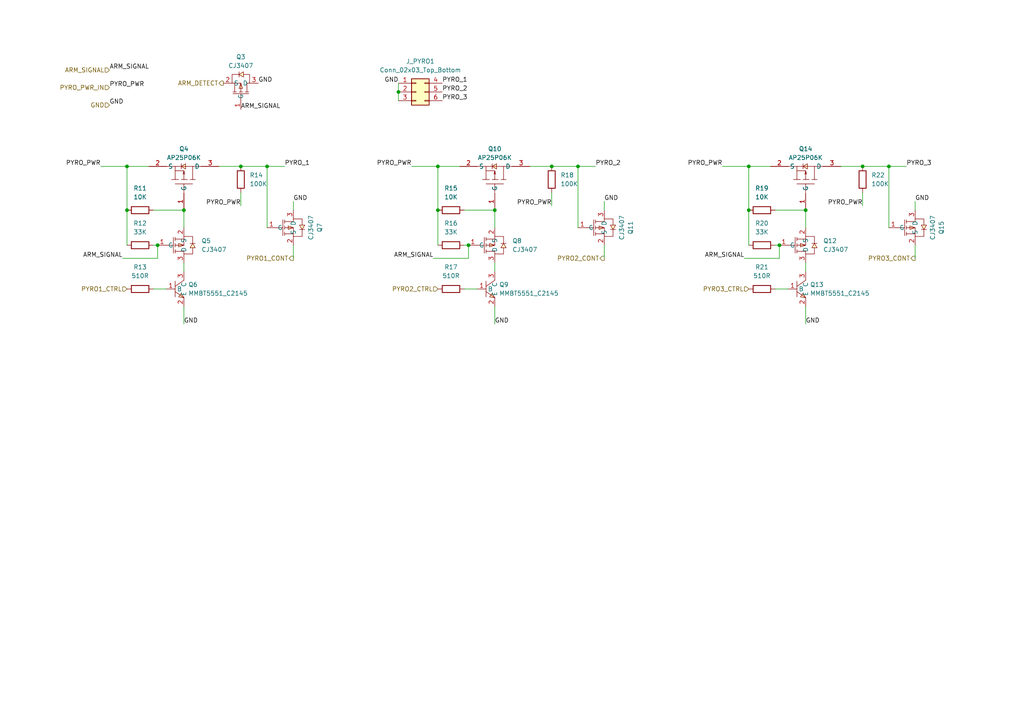
<source format=kicad_sch>
(kicad_sch
	(version 20231120)
	(generator "eeschema")
	(generator_version "8.0")
	(uuid "286afe1a-64dd-42f3-ae11-79230a3a385d")
	(paper "A4")
	(lib_symbols
		(symbol "Connector_Generic:Conn_02x03_Top_Bottom"
			(pin_names
				(offset 1.016) hide)
			(exclude_from_sim no)
			(in_bom yes)
			(on_board yes)
			(property "Reference" "J"
				(at 1.27 5.08 0)
				(effects
					(font
						(size 1.27 1.27)
					)
				)
			)
			(property "Value" "Conn_02x03_Top_Bottom"
				(at 1.27 -5.08 0)
				(effects
					(font
						(size 1.27 1.27)
					)
				)
			)
			(property "Footprint" ""
				(at 0 0 0)
				(effects
					(font
						(size 1.27 1.27)
					)
					(hide yes)
				)
			)
			(property "Datasheet" "~"
				(at 0 0 0)
				(effects
					(font
						(size 1.27 1.27)
					)
					(hide yes)
				)
			)
			(property "Description" "Generic connector, double row, 02x03, top/bottom pin numbering scheme (row 1: 1...pins_per_row, row2: pins_per_row+1 ... num_pins), script generated (kicad-library-utils/schlib/autogen/connector/)"
				(at 0 0 0)
				(effects
					(font
						(size 1.27 1.27)
					)
					(hide yes)
				)
			)
			(property "ki_keywords" "connector"
				(at 0 0 0)
				(effects
					(font
						(size 1.27 1.27)
					)
					(hide yes)
				)
			)
			(property "ki_fp_filters" "Connector*:*_2x??_*"
				(at 0 0 0)
				(effects
					(font
						(size 1.27 1.27)
					)
					(hide yes)
				)
			)
			(symbol "Conn_02x03_Top_Bottom_1_1"
				(rectangle
					(start -1.27 -2.413)
					(end 0 -2.667)
					(stroke
						(width 0.1524)
						(type default)
					)
					(fill
						(type none)
					)
				)
				(rectangle
					(start -1.27 0.127)
					(end 0 -0.127)
					(stroke
						(width 0.1524)
						(type default)
					)
					(fill
						(type none)
					)
				)
				(rectangle
					(start -1.27 2.667)
					(end 0 2.413)
					(stroke
						(width 0.1524)
						(type default)
					)
					(fill
						(type none)
					)
				)
				(rectangle
					(start -1.27 3.81)
					(end 3.81 -3.81)
					(stroke
						(width 0.254)
						(type default)
					)
					(fill
						(type background)
					)
				)
				(rectangle
					(start 3.81 -2.413)
					(end 2.54 -2.667)
					(stroke
						(width 0.1524)
						(type default)
					)
					(fill
						(type none)
					)
				)
				(rectangle
					(start 3.81 0.127)
					(end 2.54 -0.127)
					(stroke
						(width 0.1524)
						(type default)
					)
					(fill
						(type none)
					)
				)
				(rectangle
					(start 3.81 2.667)
					(end 2.54 2.413)
					(stroke
						(width 0.1524)
						(type default)
					)
					(fill
						(type none)
					)
				)
				(pin passive line
					(at -5.08 2.54 0)
					(length 3.81)
					(name "Pin_1"
						(effects
							(font
								(size 1.27 1.27)
							)
						)
					)
					(number "1"
						(effects
							(font
								(size 1.27 1.27)
							)
						)
					)
				)
				(pin passive line
					(at -5.08 0 0)
					(length 3.81)
					(name "Pin_2"
						(effects
							(font
								(size 1.27 1.27)
							)
						)
					)
					(number "2"
						(effects
							(font
								(size 1.27 1.27)
							)
						)
					)
				)
				(pin passive line
					(at -5.08 -2.54 0)
					(length 3.81)
					(name "Pin_3"
						(effects
							(font
								(size 1.27 1.27)
							)
						)
					)
					(number "3"
						(effects
							(font
								(size 1.27 1.27)
							)
						)
					)
				)
				(pin passive line
					(at 7.62 2.54 180)
					(length 3.81)
					(name "Pin_4"
						(effects
							(font
								(size 1.27 1.27)
							)
						)
					)
					(number "4"
						(effects
							(font
								(size 1.27 1.27)
							)
						)
					)
				)
				(pin passive line
					(at 7.62 0 180)
					(length 3.81)
					(name "Pin_5"
						(effects
							(font
								(size 1.27 1.27)
							)
						)
					)
					(number "5"
						(effects
							(font
								(size 1.27 1.27)
							)
						)
					)
				)
				(pin passive line
					(at 7.62 -2.54 180)
					(length 3.81)
					(name "Pin_6"
						(effects
							(font
								(size 1.27 1.27)
							)
						)
					)
					(number "6"
						(effects
							(font
								(size 1.27 1.27)
							)
						)
					)
				)
			)
		)
		(symbol "Device:R"
			(pin_numbers hide)
			(pin_names
				(offset 0)
			)
			(exclude_from_sim no)
			(in_bom yes)
			(on_board yes)
			(property "Reference" "R"
				(at 2.032 0 90)
				(effects
					(font
						(size 1.27 1.27)
					)
				)
			)
			(property "Value" "R"
				(at 0 0 90)
				(effects
					(font
						(size 1.27 1.27)
					)
				)
			)
			(property "Footprint" ""
				(at -1.778 0 90)
				(effects
					(font
						(size 1.27 1.27)
					)
					(hide yes)
				)
			)
			(property "Datasheet" "~"
				(at 0 0 0)
				(effects
					(font
						(size 1.27 1.27)
					)
					(hide yes)
				)
			)
			(property "Description" "Resistor"
				(at 0 0 0)
				(effects
					(font
						(size 1.27 1.27)
					)
					(hide yes)
				)
			)
			(property "ki_keywords" "R res resistor"
				(at 0 0 0)
				(effects
					(font
						(size 1.27 1.27)
					)
					(hide yes)
				)
			)
			(property "ki_fp_filters" "R_*"
				(at 0 0 0)
				(effects
					(font
						(size 1.27 1.27)
					)
					(hide yes)
				)
			)
			(symbol "R_0_1"
				(rectangle
					(start -1.016 -2.54)
					(end 1.016 2.54)
					(stroke
						(width 0.254)
						(type default)
					)
					(fill
						(type none)
					)
				)
			)
			(symbol "R_1_1"
				(pin passive line
					(at 0 3.81 270)
					(length 1.27)
					(name "~"
						(effects
							(font
								(size 1.27 1.27)
							)
						)
					)
					(number "1"
						(effects
							(font
								(size 1.27 1.27)
							)
						)
					)
				)
				(pin passive line
					(at 0 -3.81 90)
					(length 1.27)
					(name "~"
						(effects
							(font
								(size 1.27 1.27)
							)
						)
					)
					(number "2"
						(effects
							(font
								(size 1.27 1.27)
							)
						)
					)
				)
			)
		)
		(symbol "Rocketry:AP25P06K"
			(exclude_from_sim no)
			(in_bom yes)
			(on_board yes)
			(property "Reference" "Q"
				(at 0 15.24 0)
				(effects
					(font
						(size 1.27 1.27)
					)
				)
			)
			(property "Value" "AP25P06K"
				(at 0 -15.24 0)
				(effects
					(font
						(size 1.27 1.27)
					)
				)
			)
			(property "Footprint" "Rocketry:TO-252-2_L6.6-W6.1-P4.57-LS10.1-BL"
				(at 0 -17.78 0)
				(effects
					(font
						(size 1.27 1.27)
					)
					(hide yes)
				)
			)
			(property "Datasheet" ""
				(at 0 0 0)
				(effects
					(font
						(size 1.27 1.27)
					)
					(hide yes)
				)
			)
			(property "Description" ""
				(at 0 0 0)
				(effects
					(font
						(size 1.27 1.27)
					)
					(hide yes)
				)
			)
			(property "LCSC Part" "C2995326"
				(at 0 -20.32 0)
				(effects
					(font
						(size 1.27 1.27)
					)
					(hide yes)
				)
			)
			(symbol "AP25P06K_0_1"
				(polyline
					(pts
						(xy 0 0) (xy -2.29 0)
					)
					(stroke
						(width 0)
						(type default)
					)
					(fill
						(type none)
					)
				)
				(polyline
					(pts
						(xy 0 2.54) (xy 0 -2.54)
					)
					(stroke
						(width 0)
						(type default)
					)
					(fill
						(type none)
					)
				)
				(polyline
					(pts
						(xy 1.27 -2.54) (xy 5.08 -2.54)
					)
					(stroke
						(width 0)
						(type default)
					)
					(fill
						(type none)
					)
				)
				(polyline
					(pts
						(xy 1.27 -1.78) (xy 1.27 -3.3)
					)
					(stroke
						(width 0)
						(type default)
					)
					(fill
						(type none)
					)
				)
				(polyline
					(pts
						(xy 1.27 0.76) (xy 1.27 -1.02)
					)
					(stroke
						(width 0)
						(type default)
					)
					(fill
						(type none)
					)
				)
				(polyline
					(pts
						(xy 1.27 2.54) (xy 5.08 2.54)
					)
					(stroke
						(width 0)
						(type default)
					)
					(fill
						(type none)
					)
				)
				(polyline
					(pts
						(xy 1.27 3.56) (xy 1.27 1.52)
					)
					(stroke
						(width 0)
						(type default)
					)
					(fill
						(type none)
					)
				)
				(polyline
					(pts
						(xy 3.81 0) (xy 2.79 -0.25)
					)
					(stroke
						(width 0)
						(type default)
					)
					(fill
						(type none)
					)
				)
				(polyline
					(pts
						(xy 3.81 2.54) (xy 3.81 0)
					)
					(stroke
						(width 0)
						(type default)
					)
					(fill
						(type none)
					)
				)
				(polyline
					(pts
						(xy 5.08 5.08) (xy 5.08 -5.08)
					)
					(stroke
						(width 0)
						(type default)
					)
					(fill
						(type none)
					)
				)
				(polyline
					(pts
						(xy 5.84 0.76) (xy 4.32 0.76)
					)
					(stroke
						(width 0)
						(type default)
					)
					(fill
						(type none)
					)
				)
				(polyline
					(pts
						(xy 1.27 0) (xy 3.81 0) (xy 2.79 0.25)
					)
					(stroke
						(width 0)
						(type default)
					)
					(fill
						(type none)
					)
				)
				(polyline
					(pts
						(xy 5.84 -0.51) (xy 4.32 -0.51) (xy 5.08 0.76) (xy 5.84 -0.51)
					)
					(stroke
						(width 0)
						(type default)
					)
					(fill
						(type background)
					)
				)
				(pin unspecified line
					(at -7.62 0 0)
					(length 5.08)
					(name "G"
						(effects
							(font
								(size 1.27 1.27)
							)
						)
					)
					(number "1"
						(effects
							(font
								(size 1.27 1.27)
							)
						)
					)
				)
				(pin unspecified line
					(at 5.08 10.16 270)
					(length 5.08)
					(name "S"
						(effects
							(font
								(size 1.27 1.27)
							)
						)
					)
					(number "2"
						(effects
							(font
								(size 1.27 1.27)
							)
						)
					)
				)
				(pin unspecified line
					(at 5.08 -10.16 90)
					(length 5.08)
					(name "D"
						(effects
							(font
								(size 1.27 1.27)
							)
						)
					)
					(number "3"
						(effects
							(font
								(size 1.27 1.27)
							)
						)
					)
				)
			)
		)
		(symbol "Rocketry:CJ3407"
			(exclude_from_sim no)
			(in_bom yes)
			(on_board yes)
			(property "Reference" "Q"
				(at 0 10.16 0)
				(effects
					(font
						(size 1.27 1.27)
					)
				)
			)
			(property "Value" "CJ3407"
				(at 0 -10.16 0)
				(effects
					(font
						(size 1.27 1.27)
					)
				)
			)
			(property "Footprint" "Rocketry:SOT-23-3_L2.9-W1.6-P1.90-LS2.8-BR"
				(at 0 -12.7 0)
				(effects
					(font
						(size 1.27 1.27)
					)
					(hide yes)
				)
			)
			(property "Datasheet" "https://lcsc.com/product-detail/MOSFET_CJ3407-3407_C15903.html"
				(at 0 -15.24 0)
				(effects
					(font
						(size 1.27 1.27)
					)
					(hide yes)
				)
			)
			(property "Description" ""
				(at 0 0 0)
				(effects
					(font
						(size 1.27 1.27)
					)
					(hide yes)
				)
			)
			(property "LCSC Part" "C15903"
				(at 0 -17.78 0)
				(effects
					(font
						(size 1.27 1.27)
					)
					(hide yes)
				)
			)
			(symbol "CJ3407_0_1"
				(polyline
					(pts
						(xy -2.54 0) (xy -0.51 0)
					)
					(stroke
						(width 0)
						(type default)
					)
					(fill
						(type none)
					)
				)
				(polyline
					(pts
						(xy -0.51 2.29) (xy -0.51 -2.29)
					)
					(stroke
						(width 0)
						(type default)
					)
					(fill
						(type none)
					)
				)
				(polyline
					(pts
						(xy 0 -2.29) (xy 0 -1.27)
					)
					(stroke
						(width 0)
						(type default)
					)
					(fill
						(type none)
					)
				)
				(polyline
					(pts
						(xy 0 -0.51) (xy 0 0.51)
					)
					(stroke
						(width 0)
						(type default)
					)
					(fill
						(type none)
					)
				)
				(polyline
					(pts
						(xy 0 1.27) (xy 0 2.29)
					)
					(stroke
						(width 0)
						(type default)
					)
					(fill
						(type none)
					)
				)
				(polyline
					(pts
						(xy 2.54 -1.78) (xy 0 -1.78)
					)
					(stroke
						(width 0)
						(type default)
					)
					(fill
						(type none)
					)
				)
				(polyline
					(pts
						(xy 2.54 1.78) (xy 0 1.78)
					)
					(stroke
						(width 0)
						(type default)
					)
					(fill
						(type none)
					)
				)
				(polyline
					(pts
						(xy 0 0) (xy 2.54 0) (xy 2.54 -2.54)
					)
					(stroke
						(width 0)
						(type default)
					)
					(fill
						(type none)
					)
				)
				(polyline
					(pts
						(xy 2.54 -2.54) (xy 5.08 -2.54) (xy 5.08 -0.51)
					)
					(stroke
						(width 0)
						(type default)
					)
					(fill
						(type none)
					)
				)
				(polyline
					(pts
						(xy 2.54 0) (xy 1.02 0.51) (xy 1.02 -0.51) (xy 2.54 0)
					)
					(stroke
						(width 0)
						(type default)
					)
					(fill
						(type background)
					)
				)
				(polyline
					(pts
						(xy 2.54 1.78) (xy 2.54 2.54) (xy 5.08 2.54) (xy 5.08 0.76)
					)
					(stroke
						(width 0)
						(type default)
					)
					(fill
						(type none)
					)
				)
				(polyline
					(pts
						(xy 5.08 -0.51) (xy 5.84 0.76) (xy 4.32 0.76) (xy 5.08 -0.51)
					)
					(stroke
						(width 0)
						(type default)
					)
					(fill
						(type background)
					)
				)
				(polyline
					(pts
						(xy 5.84 -0.51) (xy 5.59 -0.51) (xy 4.57 -0.51) (xy 4.32 -0.51)
					)
					(stroke
						(width 0)
						(type default)
					)
					(fill
						(type none)
					)
				)
				(pin unspecified line
					(at -5.08 0 0)
					(length 2.54)
					(name "G"
						(effects
							(font
								(size 1.27 1.27)
							)
						)
					)
					(number "1"
						(effects
							(font
								(size 1.27 1.27)
							)
						)
					)
				)
				(pin unspecified line
					(at 2.54 -5.08 90)
					(length 2.54)
					(name "S"
						(effects
							(font
								(size 1.27 1.27)
							)
						)
					)
					(number "2"
						(effects
							(font
								(size 1.27 1.27)
							)
						)
					)
				)
				(pin unspecified line
					(at 2.54 5.08 270)
					(length 2.54)
					(name "D"
						(effects
							(font
								(size 1.27 1.27)
							)
						)
					)
					(number "3"
						(effects
							(font
								(size 1.27 1.27)
							)
						)
					)
				)
			)
		)
		(symbol "Rocketry:MMBT5551_C2145"
			(exclude_from_sim no)
			(in_bom yes)
			(on_board yes)
			(property "Reference" "Q"
				(at 0 10.16 0)
				(effects
					(font
						(size 1.27 1.27)
					)
				)
			)
			(property "Value" "MMBT5551_C2145"
				(at 0 -10.16 0)
				(effects
					(font
						(size 1.27 1.27)
					)
				)
			)
			(property "Footprint" "Rocketry:SOT-23-3_L2.9-W1.3-P1.90-LS2.4-BR"
				(at 0 -12.7 0)
				(effects
					(font
						(size 1.27 1.27)
					)
					(hide yes)
				)
			)
			(property "Datasheet" "https://lcsc.com/product-detail/Transistors-NPN-PNP_MMBT5551-G1-H-200-300_C2145.html"
				(at 0 -15.24 0)
				(effects
					(font
						(size 1.27 1.27)
					)
					(hide yes)
				)
			)
			(property "Description" ""
				(at 0 0 0)
				(effects
					(font
						(size 1.27 1.27)
					)
					(hide yes)
				)
			)
			(property "LCSC Part" "C2145"
				(at 0 -17.78 0)
				(effects
					(font
						(size 1.27 1.27)
					)
					(hide yes)
				)
			)
			(symbol "MMBT5551_C2145_0_1"
				(polyline
					(pts
						(xy 0 -0.76) (xy 2.54 -2.54)
					)
					(stroke
						(width 0)
						(type default)
					)
					(fill
						(type none)
					)
				)
				(polyline
					(pts
						(xy 0 2.29) (xy 0 -2.29)
					)
					(stroke
						(width 0)
						(type default)
					)
					(fill
						(type none)
					)
				)
				(polyline
					(pts
						(xy 2.54 2.54) (xy 0 0.76)
					)
					(stroke
						(width 0)
						(type default)
					)
					(fill
						(type none)
					)
				)
				(polyline
					(pts
						(xy 2.54 -2.54) (xy 1.78 -1.27) (xy 1.02 -2.29) (xy 2.54 -2.54)
					)
					(stroke
						(width 0)
						(type default)
					)
					(fill
						(type background)
					)
				)
				(pin unspecified line
					(at -2.54 0 0)
					(length 2.54)
					(name "B"
						(effects
							(font
								(size 1.27 1.27)
							)
						)
					)
					(number "1"
						(effects
							(font
								(size 1.27 1.27)
							)
						)
					)
				)
				(pin unspecified line
					(at 2.54 -5.08 90)
					(length 2.54)
					(name "E"
						(effects
							(font
								(size 1.27 1.27)
							)
						)
					)
					(number "2"
						(effects
							(font
								(size 1.27 1.27)
							)
						)
					)
				)
				(pin unspecified line
					(at 2.54 5.08 270)
					(length 2.54)
					(name "C"
						(effects
							(font
								(size 1.27 1.27)
							)
						)
					)
					(number "3"
						(effects
							(font
								(size 1.27 1.27)
							)
						)
					)
				)
			)
		)
	)
	(junction
		(at 233.68 60.96)
		(diameter 0)
		(color 0 0 0 0)
		(uuid "07f9888f-c086-4655-a74b-7a4da5f6438f")
	)
	(junction
		(at 217.17 48.26)
		(diameter 0)
		(color 0 0 0 0)
		(uuid "1cd2379c-4175-45f2-9bb4-f0a712138e76")
	)
	(junction
		(at 226.06 71.12)
		(diameter 0)
		(color 0 0 0 0)
		(uuid "29d67b17-774d-4daf-985c-289c35fd15c6")
	)
	(junction
		(at 127 48.26)
		(diameter 0)
		(color 0 0 0 0)
		(uuid "2bc1d750-bd4a-4f2d-99bb-0164d664c2ad")
	)
	(junction
		(at 135.89 71.12)
		(diameter 0)
		(color 0 0 0 0)
		(uuid "3954e418-fb4a-48c2-b7be-d33a29002c47")
	)
	(junction
		(at 36.83 60.96)
		(diameter 0)
		(color 0 0 0 0)
		(uuid "4a85c82e-08d4-48c3-8bff-1150c5479ffb")
	)
	(junction
		(at 217.17 60.96)
		(diameter 0)
		(color 0 0 0 0)
		(uuid "55e9c432-fc64-4352-a524-08ce104a5007")
	)
	(junction
		(at 257.81 48.26)
		(diameter 0)
		(color 0 0 0 0)
		(uuid "8ba1b196-c5ec-4c3a-9fa3-429affde435f")
	)
	(junction
		(at 143.51 60.96)
		(diameter 0)
		(color 0 0 0 0)
		(uuid "90a3b8b2-363f-41da-af81-d77b1249b305")
	)
	(junction
		(at 115.57 26.67)
		(diameter 0)
		(color 0 0 0 0)
		(uuid "98d7ec24-c4ba-491e-9bd0-9cf2eb0e11f2")
	)
	(junction
		(at 36.83 48.26)
		(diameter 0)
		(color 0 0 0 0)
		(uuid "a2a5c2b3-7a8d-4ec4-a4b2-5836c66c1ec0")
	)
	(junction
		(at 160.02 48.26)
		(diameter 0)
		(color 0 0 0 0)
		(uuid "a57a1d9e-b9fc-4462-ab74-05eec9a66b9f")
	)
	(junction
		(at 53.34 60.96)
		(diameter 0)
		(color 0 0 0 0)
		(uuid "a89c78b8-5acd-4b18-93c5-d1c14ed00586")
	)
	(junction
		(at 69.85 48.26)
		(diameter 0)
		(color 0 0 0 0)
		(uuid "b8fabf5c-4009-4405-b28f-fa02f3767ec9")
	)
	(junction
		(at 77.47 48.26)
		(diameter 0)
		(color 0 0 0 0)
		(uuid "c5ce9b23-4799-4104-9cd8-dabb59998791")
	)
	(junction
		(at 45.72 71.12)
		(diameter 0)
		(color 0 0 0 0)
		(uuid "c8b02d68-1455-458a-82a0-19e3e0895095")
	)
	(junction
		(at 250.19 48.26)
		(diameter 0)
		(color 0 0 0 0)
		(uuid "e8eaf63c-350f-4706-a8ed-9524b3ba1495")
	)
	(junction
		(at 167.64 48.26)
		(diameter 0)
		(color 0 0 0 0)
		(uuid "f2be6ad8-3815-4754-87ca-b0280456fa02")
	)
	(junction
		(at 127 60.96)
		(diameter 0)
		(color 0 0 0 0)
		(uuid "ffd45e9b-f117-4538-a300-1e43c6961bb8")
	)
	(wire
		(pts
			(xy 226.06 74.93) (xy 226.06 71.12)
		)
		(stroke
			(width 0)
			(type default)
		)
		(uuid "0575fc82-14da-422b-bbb4-ba487793ec99")
	)
	(wire
		(pts
			(xy 160.02 55.88) (xy 160.02 59.69)
		)
		(stroke
			(width 0)
			(type default)
		)
		(uuid "0ff1c230-9df4-401e-8b94-4f10a3fb05e0")
	)
	(wire
		(pts
			(xy 224.79 83.82) (xy 228.6 83.82)
		)
		(stroke
			(width 0)
			(type default)
		)
		(uuid "19397fa7-7e2a-423f-9444-b450f95d47ff")
	)
	(wire
		(pts
			(xy 115.57 24.13) (xy 115.57 26.67)
		)
		(stroke
			(width 0)
			(type default)
		)
		(uuid "23334784-1afa-4443-8b4b-e3c4ab481a57")
	)
	(wire
		(pts
			(xy 153.67 48.26) (xy 160.02 48.26)
		)
		(stroke
			(width 0)
			(type default)
		)
		(uuid "24f9e07c-5d6c-4bf0-8c39-954b1d4c1e5c")
	)
	(wire
		(pts
			(xy 250.19 48.26) (xy 257.81 48.26)
		)
		(stroke
			(width 0)
			(type default)
		)
		(uuid "253c291b-18d9-490c-921e-13ea4548094e")
	)
	(wire
		(pts
			(xy 135.89 74.93) (xy 135.89 71.12)
		)
		(stroke
			(width 0)
			(type default)
		)
		(uuid "266447b3-cc49-4d95-92cd-1285d5e8ee6c")
	)
	(wire
		(pts
			(xy 45.72 74.93) (xy 45.72 71.12)
		)
		(stroke
			(width 0)
			(type default)
		)
		(uuid "2e6ae56c-3284-4dc3-b774-da4c15a34074")
	)
	(wire
		(pts
			(xy 224.79 71.12) (xy 226.06 71.12)
		)
		(stroke
			(width 0)
			(type default)
		)
		(uuid "42bf2e49-ec7b-456b-a868-7433abb4f1fc")
	)
	(wire
		(pts
			(xy 143.51 88.9) (xy 143.51 93.98)
		)
		(stroke
			(width 0)
			(type default)
		)
		(uuid "44031072-6e7a-450e-87c0-b85721d17e6d")
	)
	(wire
		(pts
			(xy 125.73 74.93) (xy 135.89 74.93)
		)
		(stroke
			(width 0)
			(type default)
		)
		(uuid "4ae7d47f-26c0-4f23-b7c9-0f04734f12a0")
	)
	(wire
		(pts
			(xy 217.17 48.26) (xy 223.52 48.26)
		)
		(stroke
			(width 0)
			(type default)
		)
		(uuid "4b105931-2f0a-4ee6-9c19-ac9e2da62dfa")
	)
	(wire
		(pts
			(xy 217.17 60.96) (xy 217.17 71.12)
		)
		(stroke
			(width 0)
			(type default)
		)
		(uuid "4b5b9f33-7902-410a-b7c9-292cd266459e")
	)
	(wire
		(pts
			(xy 215.9 74.93) (xy 226.06 74.93)
		)
		(stroke
			(width 0)
			(type default)
		)
		(uuid "4e1a30e0-e77e-438e-9fed-5dae503b9f2c")
	)
	(wire
		(pts
			(xy 127 48.26) (xy 133.35 48.26)
		)
		(stroke
			(width 0)
			(type default)
		)
		(uuid "50b6d218-2dd2-4672-9faa-f1ea1aafd8e0")
	)
	(wire
		(pts
			(xy 233.68 88.9) (xy 233.68 93.98)
		)
		(stroke
			(width 0)
			(type default)
		)
		(uuid "55da7ec3-e3da-495d-8728-3a2efbad6423")
	)
	(wire
		(pts
			(xy 265.43 58.42) (xy 265.43 60.96)
		)
		(stroke
			(width 0)
			(type default)
		)
		(uuid "566261f8-8144-4a98-b33c-860979cfb255")
	)
	(wire
		(pts
			(xy 63.5 48.26) (xy 69.85 48.26)
		)
		(stroke
			(width 0)
			(type default)
		)
		(uuid "571a81e2-fd50-4fe1-83b3-adc971df7993")
	)
	(wire
		(pts
			(xy 250.19 55.88) (xy 250.19 59.69)
		)
		(stroke
			(width 0)
			(type default)
		)
		(uuid "5ba80977-fc87-4e57-9de5-6975e42aad0d")
	)
	(wire
		(pts
			(xy 160.02 48.26) (xy 167.64 48.26)
		)
		(stroke
			(width 0)
			(type default)
		)
		(uuid "5c1404d9-0314-4fcd-8d71-bfd2252a2303")
	)
	(wire
		(pts
			(xy 243.84 48.26) (xy 250.19 48.26)
		)
		(stroke
			(width 0)
			(type default)
		)
		(uuid "649b5cdd-99fb-46bc-a815-ba9ac941feb0")
	)
	(wire
		(pts
			(xy 36.83 60.96) (xy 36.83 71.12)
		)
		(stroke
			(width 0)
			(type default)
		)
		(uuid "67bff8a7-6bc0-4fac-bf31-c297956d9f00")
	)
	(wire
		(pts
			(xy 53.34 76.2) (xy 53.34 78.74)
		)
		(stroke
			(width 0)
			(type default)
		)
		(uuid "69e8e2f0-3a81-49da-8e67-0de826a457cd")
	)
	(wire
		(pts
			(xy 209.55 48.26) (xy 217.17 48.26)
		)
		(stroke
			(width 0)
			(type default)
		)
		(uuid "6bb9e7da-3e27-4cdf-a5f2-fc01705c0b59")
	)
	(wire
		(pts
			(xy 257.81 48.26) (xy 262.89 48.26)
		)
		(stroke
			(width 0)
			(type default)
		)
		(uuid "6d5e7ea2-ba93-4fec-8f7f-ff83257170f3")
	)
	(wire
		(pts
			(xy 69.85 48.26) (xy 77.47 48.26)
		)
		(stroke
			(width 0)
			(type default)
		)
		(uuid "6de39876-aa46-4fcd-b18c-e102e113cdc7")
	)
	(wire
		(pts
			(xy 77.47 48.26) (xy 82.55 48.26)
		)
		(stroke
			(width 0)
			(type default)
		)
		(uuid "72fb4630-9261-4180-b367-09476310e0a4")
	)
	(wire
		(pts
			(xy 77.47 48.26) (xy 77.47 66.04)
		)
		(stroke
			(width 0)
			(type default)
		)
		(uuid "7665b1dc-a8f1-4815-b83f-8fb02f5681d1")
	)
	(wire
		(pts
			(xy 167.64 48.26) (xy 172.72 48.26)
		)
		(stroke
			(width 0)
			(type default)
		)
		(uuid "7c742b49-528e-4f19-997a-a956ddd3a694")
	)
	(wire
		(pts
			(xy 175.26 71.12) (xy 175.26 74.93)
		)
		(stroke
			(width 0)
			(type default)
		)
		(uuid "7ceb0ac0-e4c3-4c7c-8a1a-525650d89ac5")
	)
	(wire
		(pts
			(xy 265.43 71.12) (xy 265.43 74.93)
		)
		(stroke
			(width 0)
			(type default)
		)
		(uuid "80e6937d-35a2-4aac-a41a-3057c064315e")
	)
	(wire
		(pts
			(xy 44.45 60.96) (xy 53.34 60.96)
		)
		(stroke
			(width 0)
			(type default)
		)
		(uuid "813f919f-f6ef-4f8c-b54c-8ef285be353d")
	)
	(wire
		(pts
			(xy 29.21 48.26) (xy 36.83 48.26)
		)
		(stroke
			(width 0)
			(type default)
		)
		(uuid "939dcab5-7201-4d53-865b-27444e6d9d07")
	)
	(wire
		(pts
			(xy 36.83 48.26) (xy 43.18 48.26)
		)
		(stroke
			(width 0)
			(type default)
		)
		(uuid "945c6770-f6c6-4cf0-a7e3-f575888b0a63")
	)
	(wire
		(pts
			(xy 217.17 48.26) (xy 217.17 60.96)
		)
		(stroke
			(width 0)
			(type default)
		)
		(uuid "94bb00ca-38e8-48bc-a1a6-b7fd9d6d6b90")
	)
	(wire
		(pts
			(xy 53.34 88.9) (xy 53.34 93.98)
		)
		(stroke
			(width 0)
			(type default)
		)
		(uuid "9bcec491-2137-48e6-873b-e6f7d455bd11")
	)
	(wire
		(pts
			(xy 233.68 60.96) (xy 233.68 66.04)
		)
		(stroke
			(width 0)
			(type default)
		)
		(uuid "a557355d-cbae-46b9-8187-e8766cca5799")
	)
	(wire
		(pts
			(xy 143.51 76.2) (xy 143.51 78.74)
		)
		(stroke
			(width 0)
			(type default)
		)
		(uuid "afa6632e-83ed-43a8-b986-e4cb9834b746")
	)
	(wire
		(pts
			(xy 127 60.96) (xy 127 71.12)
		)
		(stroke
			(width 0)
			(type default)
		)
		(uuid "b03dc8a5-7404-4170-94e7-dff74d6f77c9")
	)
	(wire
		(pts
			(xy 85.09 58.42) (xy 85.09 60.96)
		)
		(stroke
			(width 0)
			(type default)
		)
		(uuid "b63bd83b-33b0-40bf-996e-e444e9ddabe1")
	)
	(wire
		(pts
			(xy 167.64 48.26) (xy 167.64 66.04)
		)
		(stroke
			(width 0)
			(type default)
		)
		(uuid "b765a76d-4d0e-45f6-8982-df43ea804f3c")
	)
	(wire
		(pts
			(xy 134.62 71.12) (xy 135.89 71.12)
		)
		(stroke
			(width 0)
			(type default)
		)
		(uuid "b80b46b3-b6b2-4c62-82be-da719a256911")
	)
	(wire
		(pts
			(xy 53.34 60.96) (xy 53.34 66.04)
		)
		(stroke
			(width 0)
			(type default)
		)
		(uuid "bbc6ef5d-929c-4c04-b4c5-7f66440753a5")
	)
	(wire
		(pts
			(xy 44.45 71.12) (xy 45.72 71.12)
		)
		(stroke
			(width 0)
			(type default)
		)
		(uuid "bc6b76e6-b8d9-4c94-a8bf-1c56449f2a65")
	)
	(wire
		(pts
			(xy 143.51 60.96) (xy 143.51 66.04)
		)
		(stroke
			(width 0)
			(type default)
		)
		(uuid "bd2a325d-34f9-4db4-a2a6-e32feed8bfda")
	)
	(wire
		(pts
			(xy 175.26 58.42) (xy 175.26 60.96)
		)
		(stroke
			(width 0)
			(type default)
		)
		(uuid "bde919fc-f000-4847-9732-665e9f6515b6")
	)
	(wire
		(pts
			(xy 115.57 26.67) (xy 115.57 29.21)
		)
		(stroke
			(width 0)
			(type default)
		)
		(uuid "c259f5c6-8229-4fc7-beb2-64ce58e05dde")
	)
	(wire
		(pts
			(xy 44.45 83.82) (xy 48.26 83.82)
		)
		(stroke
			(width 0)
			(type default)
		)
		(uuid "c269ebb0-967d-4dd6-8842-7e35f7090241")
	)
	(wire
		(pts
			(xy 36.83 48.26) (xy 36.83 60.96)
		)
		(stroke
			(width 0)
			(type default)
		)
		(uuid "c4be268e-48e3-4f6f-9796-90387a0d8f76")
	)
	(wire
		(pts
			(xy 134.62 60.96) (xy 143.51 60.96)
		)
		(stroke
			(width 0)
			(type default)
		)
		(uuid "c7e91d55-7fcc-44d5-ace6-f6dcb0cc6617")
	)
	(wire
		(pts
			(xy 119.38 48.26) (xy 127 48.26)
		)
		(stroke
			(width 0)
			(type default)
		)
		(uuid "d866363e-c613-47b9-b2b6-04c138c1dd61")
	)
	(wire
		(pts
			(xy 69.85 55.88) (xy 69.85 59.69)
		)
		(stroke
			(width 0)
			(type default)
		)
		(uuid "dbc5c507-d4b4-4a12-84c2-8e55e6d307c8")
	)
	(wire
		(pts
			(xy 257.81 48.26) (xy 257.81 66.04)
		)
		(stroke
			(width 0)
			(type default)
		)
		(uuid "dd1c9212-34d0-43fe-ac6c-1496ca5e3fb1")
	)
	(wire
		(pts
			(xy 224.79 60.96) (xy 233.68 60.96)
		)
		(stroke
			(width 0)
			(type default)
		)
		(uuid "e225fda6-a36c-452a-afad-8f16a5314019")
	)
	(wire
		(pts
			(xy 127 48.26) (xy 127 60.96)
		)
		(stroke
			(width 0)
			(type default)
		)
		(uuid "e4b1a524-f4d1-4f71-bd47-7759e56d9b5c")
	)
	(wire
		(pts
			(xy 233.68 76.2) (xy 233.68 78.74)
		)
		(stroke
			(width 0)
			(type default)
		)
		(uuid "ef0e0235-9569-4e42-b865-c47143e62f2b")
	)
	(wire
		(pts
			(xy 134.62 83.82) (xy 138.43 83.82)
		)
		(stroke
			(width 0)
			(type default)
		)
		(uuid "efeacc37-62c8-4ade-a2e6-e8361b4725a8")
	)
	(wire
		(pts
			(xy 35.56 74.93) (xy 45.72 74.93)
		)
		(stroke
			(width 0)
			(type default)
		)
		(uuid "f8cb112a-1986-47d3-b26b-b25ae2d6163e")
	)
	(wire
		(pts
			(xy 85.09 71.12) (xy 85.09 74.93)
		)
		(stroke
			(width 0)
			(type default)
		)
		(uuid "f9cc89b9-b618-4462-8caa-9c9f9b8e0c5d")
	)
	(label "GND"
		(at 74.93 24.13 0)
		(fields_autoplaced yes)
		(effects
			(font
				(size 1.27 1.27)
			)
			(justify left bottom)
		)
		(uuid "0c6d4cb0-25d6-4707-add1-07551dbf4ce7")
	)
	(label "GND"
		(at 265.43 58.42 0)
		(fields_autoplaced yes)
		(effects
			(font
				(size 1.27 1.27)
			)
			(justify left bottom)
		)
		(uuid "126a086f-cc15-4aba-ba4e-d3da3cb03851")
	)
	(label "ARM_SIGNAL"
		(at 69.85 31.75 0)
		(fields_autoplaced yes)
		(effects
			(font
				(size 1.27 1.27)
			)
			(justify left bottom)
		)
		(uuid "17429705-97d9-4fcf-97fa-96c19b4f295d")
	)
	(label "GND"
		(at 233.68 93.98 0)
		(fields_autoplaced yes)
		(effects
			(font
				(size 1.27 1.27)
			)
			(justify left bottom)
		)
		(uuid "1a95b182-256c-4cd7-9e37-28131c353037")
	)
	(label "PYRO_PWR"
		(at 29.21 48.26 180)
		(fields_autoplaced yes)
		(effects
			(font
				(size 1.27 1.27)
			)
			(justify right bottom)
		)
		(uuid "1f087735-c099-44bc-b1eb-15f02da3fb3f")
	)
	(label "GND"
		(at 85.09 58.42 0)
		(fields_autoplaced yes)
		(effects
			(font
				(size 1.27 1.27)
			)
			(justify left bottom)
		)
		(uuid "23e65be0-58a8-4d26-875f-ea2fad554970")
	)
	(label "PYRO_PWR"
		(at 250.19 59.69 180)
		(fields_autoplaced yes)
		(effects
			(font
				(size 1.27 1.27)
			)
			(justify right bottom)
		)
		(uuid "2c1be1c2-25cf-433a-aa66-30830facde3e")
	)
	(label "PYRO_2"
		(at 128.27 26.67 0)
		(fields_autoplaced yes)
		(effects
			(font
				(size 1.27 1.27)
			)
			(justify left bottom)
		)
		(uuid "3e5f0c46-b637-474e-80a5-c8a684517549")
	)
	(label "PYRO_3"
		(at 128.27 29.21 0)
		(fields_autoplaced yes)
		(effects
			(font
				(size 1.27 1.27)
			)
			(justify left bottom)
		)
		(uuid "3f2fbdcd-cf07-414b-bbe5-810877cfa6f5")
	)
	(label "GND"
		(at 143.51 93.98 0)
		(fields_autoplaced yes)
		(effects
			(font
				(size 1.27 1.27)
			)
			(justify left bottom)
		)
		(uuid "4be70a05-df45-4ff9-8f7e-be005673c5a9")
	)
	(label "PYRO_PWR"
		(at 31.75 25.4 0)
		(fields_autoplaced yes)
		(effects
			(font
				(size 1.27 1.27)
			)
			(justify left bottom)
		)
		(uuid "4f8813e3-9264-4d1f-9c8b-ca521f09025a")
	)
	(label "GND"
		(at 31.75 30.48 0)
		(fields_autoplaced yes)
		(effects
			(font
				(size 1.27 1.27)
			)
			(justify left bottom)
		)
		(uuid "53d8eddb-1c3b-47e1-abcf-e29016e07564")
	)
	(label "ARM_SIGNAL"
		(at 125.73 74.93 180)
		(fields_autoplaced yes)
		(effects
			(font
				(size 1.27 1.27)
			)
			(justify right bottom)
		)
		(uuid "690ccd27-ee4b-49e5-af53-20049e8ddd84")
	)
	(label "PYRO_PWR"
		(at 160.02 59.69 180)
		(fields_autoplaced yes)
		(effects
			(font
				(size 1.27 1.27)
			)
			(justify right bottom)
		)
		(uuid "6d4e2631-0e53-4ada-ad1b-5b078235f973")
	)
	(label "PYRO_1"
		(at 82.55 48.26 0)
		(fields_autoplaced yes)
		(effects
			(font
				(size 1.27 1.27)
			)
			(justify left bottom)
		)
		(uuid "755c9648-2b18-4917-afed-085bc21b72a0")
	)
	(label "GND"
		(at 175.26 58.42 0)
		(fields_autoplaced yes)
		(effects
			(font
				(size 1.27 1.27)
			)
			(justify left bottom)
		)
		(uuid "7816d610-4e8c-43d6-9345-ab9045990c44")
	)
	(label "ARM_SIGNAL"
		(at 31.75 20.32 0)
		(fields_autoplaced yes)
		(effects
			(font
				(size 1.27 1.27)
			)
			(justify left bottom)
		)
		(uuid "9189ed92-7120-4276-ad8a-e6ed143d88f7")
	)
	(label "PYRO_1"
		(at 128.27 24.13 0)
		(fields_autoplaced yes)
		(effects
			(font
				(size 1.27 1.27)
			)
			(justify left bottom)
		)
		(uuid "98feef5d-51f6-46fa-9836-11ec24beb9f2")
	)
	(label "PYRO_3"
		(at 262.89 48.26 0)
		(fields_autoplaced yes)
		(effects
			(font
				(size 1.27 1.27)
			)
			(justify left bottom)
		)
		(uuid "a11c6f92-ca88-4f52-b26a-5b1361076e8e")
	)
	(label "PYRO_PWR"
		(at 209.55 48.26 180)
		(fields_autoplaced yes)
		(effects
			(font
				(size 1.27 1.27)
			)
			(justify right bottom)
		)
		(uuid "a1faf7b7-5bd0-499e-9e38-893f34954f5e")
	)
	(label "GND"
		(at 115.57 24.13 180)
		(fields_autoplaced yes)
		(effects
			(font
				(size 1.27 1.27)
			)
			(justify right bottom)
		)
		(uuid "a1ffd078-4831-4d10-bf3e-d75ec8eac7f3")
	)
	(label "PYRO_PWR"
		(at 69.85 59.69 180)
		(fields_autoplaced yes)
		(effects
			(font
				(size 1.27 1.27)
			)
			(justify right bottom)
		)
		(uuid "a759ea1e-1562-496b-8399-564f64e82e06")
	)
	(label "PYRO_PWR"
		(at 119.38 48.26 180)
		(fields_autoplaced yes)
		(effects
			(font
				(size 1.27 1.27)
			)
			(justify right bottom)
		)
		(uuid "a857c8d7-5292-4d65-b106-bb741ce1704f")
	)
	(label "GND"
		(at 53.34 93.98 0)
		(fields_autoplaced yes)
		(effects
			(font
				(size 1.27 1.27)
			)
			(justify left bottom)
		)
		(uuid "aae4b9fb-6fba-4f45-9559-664b9f77408e")
	)
	(label "PYRO_2"
		(at 172.72 48.26 0)
		(fields_autoplaced yes)
		(effects
			(font
				(size 1.27 1.27)
			)
			(justify left bottom)
		)
		(uuid "b42fcb7c-d9a4-4a07-b1cc-c012ad30fbb9")
	)
	(label "ARM_SIGNAL"
		(at 215.9 74.93 180)
		(fields_autoplaced yes)
		(effects
			(font
				(size 1.27 1.27)
			)
			(justify right bottom)
		)
		(uuid "bf9f7a93-f5c9-4537-bff8-b60799cbb2f4")
	)
	(label "ARM_SIGNAL"
		(at 35.56 74.93 180)
		(fields_autoplaced yes)
		(effects
			(font
				(size 1.27 1.27)
			)
			(justify right bottom)
		)
		(uuid "c0e8372b-d0ee-4605-8d9d-f6fa07362fb1")
	)
	(hierarchical_label "PYRO3_CONT"
		(shape output)
		(at 265.43 74.93 180)
		(fields_autoplaced yes)
		(effects
			(font
				(size 1.27 1.27)
			)
			(justify right)
		)
		(uuid "24a2d1bf-d4ba-40e3-9c4b-a747e866b25a")
	)
	(hierarchical_label "PYRO2_CTRL"
		(shape input)
		(at 127 83.82 180)
		(fields_autoplaced yes)
		(effects
			(font
				(size 1.27 1.27)
			)
			(justify right)
		)
		(uuid "2c54fbd0-79fc-4825-9a67-1eee91b1f407")
	)
	(hierarchical_label "GND"
		(shape input)
		(at 31.75 30.48 180)
		(fields_autoplaced yes)
		(effects
			(font
				(size 1.27 1.27)
			)
			(justify right)
		)
		(uuid "329613bb-cc32-4192-a266-d7754a5fceb3")
	)
	(hierarchical_label "ARM_DETECT"
		(shape output)
		(at 64.77 24.13 180)
		(fields_autoplaced yes)
		(effects
			(font
				(size 1.27 1.27)
			)
			(justify right)
		)
		(uuid "49d724e2-5465-47db-90d0-4c9f77577ee5")
	)
	(hierarchical_label "ARM_SIGNAL"
		(shape input)
		(at 31.75 20.32 180)
		(fields_autoplaced yes)
		(effects
			(font
				(size 1.27 1.27)
			)
			(justify right)
		)
		(uuid "4c76e5b8-3780-4994-8683-902216f96565")
	)
	(hierarchical_label "PYRO_PWR_IN"
		(shape input)
		(at 31.75 25.4 180)
		(fields_autoplaced yes)
		(effects
			(font
				(size 1.27 1.27)
			)
			(justify right)
		)
		(uuid "510e9443-e49c-4b44-bedf-3be0c1d32ac5")
	)
	(hierarchical_label "PYRO1_CTRL"
		(shape input)
		(at 36.83 83.82 180)
		(fields_autoplaced yes)
		(effects
			(font
				(size 1.27 1.27)
			)
			(justify right)
		)
		(uuid "7b6e54a0-2de6-42fe-ad9a-ce83b70bd6e6")
	)
	(hierarchical_label "PYRO3_CTRL"
		(shape input)
		(at 217.17 83.82 180)
		(fields_autoplaced yes)
		(effects
			(font
				(size 1.27 1.27)
			)
			(justify right)
		)
		(uuid "8612e13a-7b2c-4f1f-a033-e615193ade7a")
	)
	(hierarchical_label "PYRO2_CONT"
		(shape output)
		(at 175.26 74.93 180)
		(fields_autoplaced yes)
		(effects
			(font
				(size 1.27 1.27)
			)
			(justify right)
		)
		(uuid "a6bacaa0-7abf-4506-8540-c25b11c0f73f")
	)
	(hierarchical_label "PYRO1_CONT"
		(shape output)
		(at 85.09 74.93 180)
		(fields_autoplaced yes)
		(effects
			(font
				(size 1.27 1.27)
			)
			(justify right)
		)
		(uuid "b9720814-39df-480b-809a-9f03e57fbd18")
	)
	(symbol
		(lib_id "Rocketry:CJ3407")
		(at 262.89 66.04 0)
		(unit 1)
		(exclude_from_sim no)
		(in_bom yes)
		(on_board yes)
		(dnp no)
		(uuid "05bcf0f3-51ac-4ca0-bd27-660d886f5b3f")
		(property "Reference" "Q15"
			(at 273.05 66.04 90)
			(effects
				(font
					(size 1.27 1.27)
				)
			)
		)
		(property "Value" "CJ3407"
			(at 270.51 66.04 90)
			(effects
				(font
					(size 1.27 1.27)
				)
			)
		)
		(property "Footprint" "Rocketry:SOT-23-3_L2.9-W1.6-P1.90-LS2.8-BR"
			(at 262.89 78.74 0)
			(effects
				(font
					(size 1.27 1.27)
				)
				(hide yes)
			)
		)
		(property "Datasheet" "https://lcsc.com/product-detail/MOSFET_CJ3407-3407_C15903.html"
			(at 262.89 81.28 0)
			(effects
				(font
					(size 1.27 1.27)
				)
				(hide yes)
			)
		)
		(property "Description" ""
			(at 262.89 66.04 0)
			(effects
				(font
					(size 1.27 1.27)
				)
				(hide yes)
			)
		)
		(property "LCSC Part" "C15903"
			(at 262.89 83.82 0)
			(effects
				(font
					(size 1.27 1.27)
				)
				(hide yes)
			)
		)
		(pin "1"
			(uuid "20cc9fff-4379-4edc-b239-50bd1ec67345")
		)
		(pin "2"
			(uuid "129964c6-f47a-4505-834c-52e3e50f6bb1")
		)
		(pin "3"
			(uuid "67012041-cf54-412c-a0fe-9aff8d43a4ef")
		)
		(instances
			(project "VLF4_PCB"
				(path "/2b2e7a46-7688-49d7-b5d0-90683ba998fa/af526286-5dbc-420e-b8b1-7fab36bc15cc/9f6e196e-52ef-460c-9d76-ef7257bf981e"
					(reference "Q15")
					(unit 1)
				)
			)
		)
	)
	(symbol
		(lib_id "Device:R")
		(at 69.85 52.07 180)
		(unit 1)
		(exclude_from_sim no)
		(in_bom yes)
		(on_board yes)
		(dnp no)
		(fields_autoplaced yes)
		(uuid "0674fff7-6bcd-48ea-88f7-b774302069a9")
		(property "Reference" "R14"
			(at 72.39 50.7999 0)
			(effects
				(font
					(size 1.27 1.27)
				)
				(justify right)
			)
		)
		(property "Value" "100K"
			(at 72.39 53.3399 0)
			(effects
				(font
					(size 1.27 1.27)
				)
				(justify right)
			)
		)
		(property "Footprint" "Resistor_SMD:R_0402_1005Metric"
			(at 71.628 52.07 90)
			(effects
				(font
					(size 1.27 1.27)
				)
				(hide yes)
			)
		)
		(property "Datasheet" "~"
			(at 69.85 52.07 0)
			(effects
				(font
					(size 1.27 1.27)
				)
				(hide yes)
			)
		)
		(property "Description" ""
			(at 69.85 52.07 0)
			(effects
				(font
					(size 1.27 1.27)
				)
				(hide yes)
			)
		)
		(pin "1"
			(uuid "f5db99e2-6a76-4bf8-b8dc-d3911b279ad5")
		)
		(pin "2"
			(uuid "222a0eef-dc01-4362-890e-7df919fc9b06")
		)
		(instances
			(project "VLF4_PCB"
				(path "/2b2e7a46-7688-49d7-b5d0-90683ba998fa/af526286-5dbc-420e-b8b1-7fab36bc15cc/9f6e196e-52ef-460c-9d76-ef7257bf981e"
					(reference "R14")
					(unit 1)
				)
			)
		)
	)
	(symbol
		(lib_id "Device:R")
		(at 160.02 52.07 180)
		(unit 1)
		(exclude_from_sim no)
		(in_bom yes)
		(on_board yes)
		(dnp no)
		(fields_autoplaced yes)
		(uuid "18035a4f-15c9-466b-a0f7-14b76682fa88")
		(property "Reference" "R18"
			(at 162.56 50.7999 0)
			(effects
				(font
					(size 1.27 1.27)
				)
				(justify right)
			)
		)
		(property "Value" "100K"
			(at 162.56 53.3399 0)
			(effects
				(font
					(size 1.27 1.27)
				)
				(justify right)
			)
		)
		(property "Footprint" "Resistor_SMD:R_0402_1005Metric"
			(at 161.798 52.07 90)
			(effects
				(font
					(size 1.27 1.27)
				)
				(hide yes)
			)
		)
		(property "Datasheet" "~"
			(at 160.02 52.07 0)
			(effects
				(font
					(size 1.27 1.27)
				)
				(hide yes)
			)
		)
		(property "Description" ""
			(at 160.02 52.07 0)
			(effects
				(font
					(size 1.27 1.27)
				)
				(hide yes)
			)
		)
		(pin "1"
			(uuid "ceeaf4ee-e429-4413-a27f-39a2691ed161")
		)
		(pin "2"
			(uuid "167e2277-2de8-4c18-800f-cdd1ad6667e2")
		)
		(instances
			(project "VLF4_PCB"
				(path "/2b2e7a46-7688-49d7-b5d0-90683ba998fa/af526286-5dbc-420e-b8b1-7fab36bc15cc/9f6e196e-52ef-460c-9d76-ef7257bf981e"
					(reference "R18")
					(unit 1)
				)
			)
		)
	)
	(symbol
		(lib_id "Rocketry:CJ3407")
		(at 82.55 66.04 0)
		(unit 1)
		(exclude_from_sim no)
		(in_bom yes)
		(on_board yes)
		(dnp no)
		(uuid "294d95f5-67f6-4c2d-bea7-d7e47152e68a")
		(property "Reference" "Q7"
			(at 92.71 66.04 90)
			(effects
				(font
					(size 1.27 1.27)
				)
			)
		)
		(property "Value" "CJ3407"
			(at 90.17 66.04 90)
			(effects
				(font
					(size 1.27 1.27)
				)
			)
		)
		(property "Footprint" "Rocketry:SOT-23-3_L2.9-W1.6-P1.90-LS2.8-BR"
			(at 82.55 78.74 0)
			(effects
				(font
					(size 1.27 1.27)
				)
				(hide yes)
			)
		)
		(property "Datasheet" "https://lcsc.com/product-detail/MOSFET_CJ3407-3407_C15903.html"
			(at 82.55 81.28 0)
			(effects
				(font
					(size 1.27 1.27)
				)
				(hide yes)
			)
		)
		(property "Description" ""
			(at 82.55 66.04 0)
			(effects
				(font
					(size 1.27 1.27)
				)
				(hide yes)
			)
		)
		(property "LCSC Part" "C15903"
			(at 82.55 83.82 0)
			(effects
				(font
					(size 1.27 1.27)
				)
				(hide yes)
			)
		)
		(pin "1"
			(uuid "47709a38-88b4-457d-be2c-245087642595")
		)
		(pin "2"
			(uuid "4a59b77f-9628-42f9-80e8-6961d304c78d")
		)
		(pin "3"
			(uuid "5e6d66d2-10e4-4706-becf-b7940ef18fe9")
		)
		(instances
			(project "VLF4_PCB"
				(path "/2b2e7a46-7688-49d7-b5d0-90683ba998fa/af526286-5dbc-420e-b8b1-7fab36bc15cc/9f6e196e-52ef-460c-9d76-ef7257bf981e"
					(reference "Q7")
					(unit 1)
				)
			)
		)
	)
	(symbol
		(lib_id "Rocketry:CJ3407")
		(at 231.14 71.12 0)
		(mirror x)
		(unit 1)
		(exclude_from_sim no)
		(in_bom yes)
		(on_board yes)
		(dnp no)
		(fields_autoplaced yes)
		(uuid "2d2646a2-b42d-40df-931f-351ba7d9f773")
		(property "Reference" "Q12"
			(at 238.76 69.85 0)
			(effects
				(font
					(size 1.27 1.27)
				)
				(justify left)
			)
		)
		(property "Value" "CJ3407"
			(at 238.76 72.39 0)
			(effects
				(font
					(size 1.27 1.27)
				)
				(justify left)
			)
		)
		(property "Footprint" "Rocketry:SOT-23-3_L2.9-W1.6-P1.90-LS2.8-BR"
			(at 231.14 58.42 0)
			(effects
				(font
					(size 1.27 1.27)
				)
				(hide yes)
			)
		)
		(property "Datasheet" "https://lcsc.com/product-detail/MOSFET_CJ3407-3407_C15903.html"
			(at 231.14 55.88 0)
			(effects
				(font
					(size 1.27 1.27)
				)
				(hide yes)
			)
		)
		(property "Description" ""
			(at 231.14 71.12 0)
			(effects
				(font
					(size 1.27 1.27)
				)
				(hide yes)
			)
		)
		(property "LCSC Part" "C15903"
			(at 231.14 53.34 0)
			(effects
				(font
					(size 1.27 1.27)
				)
				(hide yes)
			)
		)
		(pin "1"
			(uuid "c8280349-c704-4e2b-a880-00fa7bcbc40b")
		)
		(pin "2"
			(uuid "5415ea36-a91c-40fb-93d8-c2b8566d6ec1")
		)
		(pin "3"
			(uuid "9cbe2ab0-4f68-4b88-b373-34838b1fa5fe")
		)
		(instances
			(project "VLF4_PCB"
				(path "/2b2e7a46-7688-49d7-b5d0-90683ba998fa/af526286-5dbc-420e-b8b1-7fab36bc15cc/9f6e196e-52ef-460c-9d76-ef7257bf981e"
					(reference "Q12")
					(unit 1)
				)
			)
		)
	)
	(symbol
		(lib_id "Device:R")
		(at 130.81 60.96 90)
		(unit 1)
		(exclude_from_sim no)
		(in_bom yes)
		(on_board yes)
		(dnp no)
		(fields_autoplaced yes)
		(uuid "3253fc0d-3448-4cb2-8a25-1abc77ef98e7")
		(property "Reference" "R15"
			(at 130.81 54.61 90)
			(effects
				(font
					(size 1.27 1.27)
				)
			)
		)
		(property "Value" "10K"
			(at 130.81 57.15 90)
			(effects
				(font
					(size 1.27 1.27)
				)
			)
		)
		(property "Footprint" "Resistor_SMD:R_0402_1005Metric"
			(at 130.81 62.738 90)
			(effects
				(font
					(size 1.27 1.27)
				)
				(hide yes)
			)
		)
		(property "Datasheet" "~"
			(at 130.81 60.96 0)
			(effects
				(font
					(size 1.27 1.27)
				)
				(hide yes)
			)
		)
		(property "Description" ""
			(at 130.81 60.96 0)
			(effects
				(font
					(size 1.27 1.27)
				)
				(hide yes)
			)
		)
		(pin "1"
			(uuid "91915e7b-d075-4123-99e5-83aad2cfaa8c")
		)
		(pin "2"
			(uuid "ebfc6fef-5324-4a72-b90e-e75bea37dcd5")
		)
		(instances
			(project "VLF4_PCB"
				(path "/2b2e7a46-7688-49d7-b5d0-90683ba998fa/af526286-5dbc-420e-b8b1-7fab36bc15cc/9f6e196e-52ef-460c-9d76-ef7257bf981e"
					(reference "R15")
					(unit 1)
				)
			)
		)
	)
	(symbol
		(lib_id "Rocketry:CJ3407")
		(at 140.97 71.12 0)
		(mirror x)
		(unit 1)
		(exclude_from_sim no)
		(in_bom yes)
		(on_board yes)
		(dnp no)
		(fields_autoplaced yes)
		(uuid "36f80faa-dc93-4ff8-9286-8a722801c990")
		(property "Reference" "Q8"
			(at 148.59 69.85 0)
			(effects
				(font
					(size 1.27 1.27)
				)
				(justify left)
			)
		)
		(property "Value" "CJ3407"
			(at 148.59 72.39 0)
			(effects
				(font
					(size 1.27 1.27)
				)
				(justify left)
			)
		)
		(property "Footprint" "Rocketry:SOT-23-3_L2.9-W1.6-P1.90-LS2.8-BR"
			(at 140.97 58.42 0)
			(effects
				(font
					(size 1.27 1.27)
				)
				(hide yes)
			)
		)
		(property "Datasheet" "https://lcsc.com/product-detail/MOSFET_CJ3407-3407_C15903.html"
			(at 140.97 55.88 0)
			(effects
				(font
					(size 1.27 1.27)
				)
				(hide yes)
			)
		)
		(property "Description" ""
			(at 140.97 71.12 0)
			(effects
				(font
					(size 1.27 1.27)
				)
				(hide yes)
			)
		)
		(property "LCSC Part" "C15903"
			(at 140.97 53.34 0)
			(effects
				(font
					(size 1.27 1.27)
				)
				(hide yes)
			)
		)
		(pin "1"
			(uuid "8c1c470a-2a45-4f52-a1de-2a717f3d6871")
		)
		(pin "2"
			(uuid "d7a2ca02-3e19-4bf4-854a-2e08ede680bf")
		)
		(pin "3"
			(uuid "6244959c-f026-4d28-802b-88d419f6588b")
		)
		(instances
			(project "VLF4_PCB"
				(path "/2b2e7a46-7688-49d7-b5d0-90683ba998fa/af526286-5dbc-420e-b8b1-7fab36bc15cc/9f6e196e-52ef-460c-9d76-ef7257bf981e"
					(reference "Q8")
					(unit 1)
				)
			)
		)
	)
	(symbol
		(lib_id "Device:R")
		(at 40.64 83.82 270)
		(unit 1)
		(exclude_from_sim no)
		(in_bom yes)
		(on_board yes)
		(dnp no)
		(fields_autoplaced yes)
		(uuid "40f192ba-f858-4cfd-a581-6dcd278a890d")
		(property "Reference" "R13"
			(at 40.64 77.47 90)
			(effects
				(font
					(size 1.27 1.27)
				)
			)
		)
		(property "Value" "510R"
			(at 40.64 80.01 90)
			(effects
				(font
					(size 1.27 1.27)
				)
			)
		)
		(property "Footprint" "Resistor_SMD:R_0402_1005Metric"
			(at 40.64 82.042 90)
			(effects
				(font
					(size 1.27 1.27)
				)
				(hide yes)
			)
		)
		(property "Datasheet" "~"
			(at 40.64 83.82 0)
			(effects
				(font
					(size 1.27 1.27)
				)
				(hide yes)
			)
		)
		(property "Description" ""
			(at 40.64 83.82 0)
			(effects
				(font
					(size 1.27 1.27)
				)
				(hide yes)
			)
		)
		(pin "1"
			(uuid "68bd54da-472e-485f-b79f-5cd612c0e219")
		)
		(pin "2"
			(uuid "27759aed-6e30-4349-96c5-5b7116d5cb90")
		)
		(instances
			(project "VLF4_PCB"
				(path "/2b2e7a46-7688-49d7-b5d0-90683ba998fa/af526286-5dbc-420e-b8b1-7fab36bc15cc/9f6e196e-52ef-460c-9d76-ef7257bf981e"
					(reference "R13")
					(unit 1)
				)
			)
		)
	)
	(symbol
		(lib_id "Rocketry:AP25P06K")
		(at 53.34 53.34 90)
		(unit 1)
		(exclude_from_sim no)
		(in_bom yes)
		(on_board yes)
		(dnp no)
		(fields_autoplaced yes)
		(uuid "43034de7-933c-4b8c-b4d8-cc4181e65bc2")
		(property "Reference" "Q4"
			(at 53.34 43.18 90)
			(effects
				(font
					(size 1.27 1.27)
				)
			)
		)
		(property "Value" "AP25P06K"
			(at 53.34 45.72 90)
			(effects
				(font
					(size 1.27 1.27)
				)
			)
		)
		(property "Footprint" "Rocketry:TO-252-2_L6.6-W6.1-P4.57-LS10.1-BL"
			(at 71.12 53.34 0)
			(effects
				(font
					(size 1.27 1.27)
				)
				(hide yes)
			)
		)
		(property "Datasheet" ""
			(at 53.34 53.34 0)
			(effects
				(font
					(size 1.27 1.27)
				)
				(hide yes)
			)
		)
		(property "Description" ""
			(at 53.34 53.34 0)
			(effects
				(font
					(size 1.27 1.27)
				)
				(hide yes)
			)
		)
		(property "LCSC Part" "C2995326"
			(at 73.66 53.34 0)
			(effects
				(font
					(size 1.27 1.27)
				)
				(hide yes)
			)
		)
		(pin "1"
			(uuid "1d35bf2f-e0ea-4e41-a4c0-309f979ab2e8")
		)
		(pin "2"
			(uuid "b6c9b5a4-1386-4785-a5f1-421d428eb477")
		)
		(pin "3"
			(uuid "e1ba9ac5-f654-481d-9228-9e79fd569ff2")
		)
		(instances
			(project "VLF4_PCB"
				(path "/2b2e7a46-7688-49d7-b5d0-90683ba998fa/af526286-5dbc-420e-b8b1-7fab36bc15cc/9f6e196e-52ef-460c-9d76-ef7257bf981e"
					(reference "Q4")
					(unit 1)
				)
			)
		)
	)
	(symbol
		(lib_id "Rocketry:CJ3407")
		(at 69.85 26.67 270)
		(mirror x)
		(unit 1)
		(exclude_from_sim no)
		(in_bom yes)
		(on_board yes)
		(dnp no)
		(fields_autoplaced yes)
		(uuid "48c72371-0046-4349-8bf8-5e34bc1071ee")
		(property "Reference" "Q3"
			(at 69.85 16.51 90)
			(effects
				(font
					(size 1.27 1.27)
				)
			)
		)
		(property "Value" "CJ3407"
			(at 69.85 19.05 90)
			(effects
				(font
					(size 1.27 1.27)
				)
			)
		)
		(property "Footprint" "Rocketry:SOT-23-3_L2.9-W1.6-P1.90-LS2.8-BR"
			(at 57.15 26.67 0)
			(effects
				(font
					(size 1.27 1.27)
				)
				(hide yes)
			)
		)
		(property "Datasheet" "https://lcsc.com/product-detail/MOSFET_CJ3407-3407_C15903.html"
			(at 54.61 26.67 0)
			(effects
				(font
					(size 1.27 1.27)
				)
				(hide yes)
			)
		)
		(property "Description" ""
			(at 69.85 26.67 0)
			(effects
				(font
					(size 1.27 1.27)
				)
				(hide yes)
			)
		)
		(property "LCSC Part" "C15903"
			(at 52.07 26.67 0)
			(effects
				(font
					(size 1.27 1.27)
				)
				(hide yes)
			)
		)
		(pin "1"
			(uuid "797d6c31-c31d-4345-b38b-379d7749e91a")
		)
		(pin "2"
			(uuid "4f019553-d896-4c2b-b992-2d60b1a058d7")
		)
		(pin "3"
			(uuid "fb461c25-4da2-4dbd-ab6a-b79f383c97ae")
		)
		(instances
			(project "VLF4_PCB"
				(path "/2b2e7a46-7688-49d7-b5d0-90683ba998fa/af526286-5dbc-420e-b8b1-7fab36bc15cc/9f6e196e-52ef-460c-9d76-ef7257bf981e"
					(reference "Q3")
					(unit 1)
				)
			)
		)
	)
	(symbol
		(lib_id "Rocketry:CJ3407")
		(at 172.72 66.04 0)
		(unit 1)
		(exclude_from_sim no)
		(in_bom yes)
		(on_board yes)
		(dnp no)
		(uuid "4afec5f0-7541-471e-9166-320452166994")
		(property "Reference" "Q11"
			(at 182.88 66.04 90)
			(effects
				(font
					(size 1.27 1.27)
				)
			)
		)
		(property "Value" "CJ3407"
			(at 180.34 66.04 90)
			(effects
				(font
					(size 1.27 1.27)
				)
			)
		)
		(property "Footprint" "Rocketry:SOT-23-3_L2.9-W1.6-P1.90-LS2.8-BR"
			(at 172.72 78.74 0)
			(effects
				(font
					(size 1.27 1.27)
				)
				(hide yes)
			)
		)
		(property "Datasheet" "https://lcsc.com/product-detail/MOSFET_CJ3407-3407_C15903.html"
			(at 172.72 81.28 0)
			(effects
				(font
					(size 1.27 1.27)
				)
				(hide yes)
			)
		)
		(property "Description" ""
			(at 172.72 66.04 0)
			(effects
				(font
					(size 1.27 1.27)
				)
				(hide yes)
			)
		)
		(property "LCSC Part" "C15903"
			(at 172.72 83.82 0)
			(effects
				(font
					(size 1.27 1.27)
				)
				(hide yes)
			)
		)
		(pin "1"
			(uuid "09b1bac8-f9df-459e-ae6e-864bb75fed04")
		)
		(pin "2"
			(uuid "563fbd6c-3816-4d6d-bb5e-72897deb962b")
		)
		(pin "3"
			(uuid "7ac089b1-e58b-4a3f-8a77-870884093c92")
		)
		(instances
			(project "VLF4_PCB"
				(path "/2b2e7a46-7688-49d7-b5d0-90683ba998fa/af526286-5dbc-420e-b8b1-7fab36bc15cc/9f6e196e-52ef-460c-9d76-ef7257bf981e"
					(reference "Q11")
					(unit 1)
				)
			)
		)
	)
	(symbol
		(lib_id "Device:R")
		(at 250.19 52.07 180)
		(unit 1)
		(exclude_from_sim no)
		(in_bom yes)
		(on_board yes)
		(dnp no)
		(fields_autoplaced yes)
		(uuid "5880b63c-5801-4b2a-943d-91f660225e35")
		(property "Reference" "R22"
			(at 252.73 50.7999 0)
			(effects
				(font
					(size 1.27 1.27)
				)
				(justify right)
			)
		)
		(property "Value" "100K"
			(at 252.73 53.3399 0)
			(effects
				(font
					(size 1.27 1.27)
				)
				(justify right)
			)
		)
		(property "Footprint" "Resistor_SMD:R_0402_1005Metric"
			(at 251.968 52.07 90)
			(effects
				(font
					(size 1.27 1.27)
				)
				(hide yes)
			)
		)
		(property "Datasheet" "~"
			(at 250.19 52.07 0)
			(effects
				(font
					(size 1.27 1.27)
				)
				(hide yes)
			)
		)
		(property "Description" ""
			(at 250.19 52.07 0)
			(effects
				(font
					(size 1.27 1.27)
				)
				(hide yes)
			)
		)
		(pin "1"
			(uuid "8830e806-692d-41a4-b645-ef92c27301d8")
		)
		(pin "2"
			(uuid "41d3d344-ebb7-4bdd-91e9-dff28455baf2")
		)
		(instances
			(project "VLF4_PCB"
				(path "/2b2e7a46-7688-49d7-b5d0-90683ba998fa/af526286-5dbc-420e-b8b1-7fab36bc15cc/9f6e196e-52ef-460c-9d76-ef7257bf981e"
					(reference "R22")
					(unit 1)
				)
			)
		)
	)
	(symbol
		(lib_id "Rocketry:MMBT5551_C2145")
		(at 50.8 83.82 0)
		(unit 1)
		(exclude_from_sim no)
		(in_bom yes)
		(on_board yes)
		(dnp no)
		(fields_autoplaced yes)
		(uuid "5c10db7d-5555-4e90-8e29-08f7eafbb828")
		(property "Reference" "Q6"
			(at 54.61 82.55 0)
			(effects
				(font
					(size 1.27 1.27)
				)
				(justify left)
			)
		)
		(property "Value" "MMBT5551_C2145"
			(at 54.61 85.09 0)
			(effects
				(font
					(size 1.27 1.27)
				)
				(justify left)
			)
		)
		(property "Footprint" "Rocketry:SOT-23-3_L2.9-W1.3-P1.90-LS2.4-BR"
			(at 50.8 96.52 0)
			(effects
				(font
					(size 1.27 1.27)
				)
				(hide yes)
			)
		)
		(property "Datasheet" "https://lcsc.com/product-detail/Transistors-NPN-PNP_MMBT5551-G1-H-200-300_C2145.html"
			(at 50.8 99.06 0)
			(effects
				(font
					(size 1.27 1.27)
				)
				(hide yes)
			)
		)
		(property "Description" ""
			(at 50.8 83.82 0)
			(effects
				(font
					(size 1.27 1.27)
				)
				(hide yes)
			)
		)
		(property "LCSC Part" "C2145"
			(at 50.8 101.6 0)
			(effects
				(font
					(size 1.27 1.27)
				)
				(hide yes)
			)
		)
		(pin "1"
			(uuid "1587d8eb-696a-4b60-8630-eaae751d9ea2")
		)
		(pin "2"
			(uuid "d03395d8-a2c3-47b2-8a72-4813c66cc8b6")
		)
		(pin "3"
			(uuid "d2794eaa-1014-4116-a0b8-ede09d01bfa4")
		)
		(instances
			(project "VLF4_PCB"
				(path "/2b2e7a46-7688-49d7-b5d0-90683ba998fa/af526286-5dbc-420e-b8b1-7fab36bc15cc/9f6e196e-52ef-460c-9d76-ef7257bf981e"
					(reference "Q6")
					(unit 1)
				)
			)
		)
	)
	(symbol
		(lib_id "Rocketry:MMBT5551_C2145")
		(at 140.97 83.82 0)
		(unit 1)
		(exclude_from_sim no)
		(in_bom yes)
		(on_board yes)
		(dnp no)
		(fields_autoplaced yes)
		(uuid "65b78e71-166a-47f5-a53e-ea5cf375876b")
		(property "Reference" "Q9"
			(at 144.78 82.55 0)
			(effects
				(font
					(size 1.27 1.27)
				)
				(justify left)
			)
		)
		(property "Value" "MMBT5551_C2145"
			(at 144.78 85.09 0)
			(effects
				(font
					(size 1.27 1.27)
				)
				(justify left)
			)
		)
		(property "Footprint" "Rocketry:SOT-23-3_L2.9-W1.3-P1.90-LS2.4-BR"
			(at 140.97 96.52 0)
			(effects
				(font
					(size 1.27 1.27)
				)
				(hide yes)
			)
		)
		(property "Datasheet" "https://lcsc.com/product-detail/Transistors-NPN-PNP_MMBT5551-G1-H-200-300_C2145.html"
			(at 140.97 99.06 0)
			(effects
				(font
					(size 1.27 1.27)
				)
				(hide yes)
			)
		)
		(property "Description" ""
			(at 140.97 83.82 0)
			(effects
				(font
					(size 1.27 1.27)
				)
				(hide yes)
			)
		)
		(property "LCSC Part" "C2145"
			(at 140.97 101.6 0)
			(effects
				(font
					(size 1.27 1.27)
				)
				(hide yes)
			)
		)
		(pin "1"
			(uuid "44e55ecd-ab13-4278-b762-39d92364cfa4")
		)
		(pin "2"
			(uuid "fb1e9718-bf29-4d72-b1dc-0a8c197dfcec")
		)
		(pin "3"
			(uuid "6c61dc43-7ef4-4c47-81e6-7b9bcb6d72f1")
		)
		(instances
			(project "VLF4_PCB"
				(path "/2b2e7a46-7688-49d7-b5d0-90683ba998fa/af526286-5dbc-420e-b8b1-7fab36bc15cc/9f6e196e-52ef-460c-9d76-ef7257bf981e"
					(reference "Q9")
					(unit 1)
				)
			)
		)
	)
	(symbol
		(lib_id "Connector_Generic:Conn_02x03_Top_Bottom")
		(at 120.65 26.67 0)
		(unit 1)
		(exclude_from_sim no)
		(in_bom yes)
		(on_board yes)
		(dnp no)
		(fields_autoplaced yes)
		(uuid "66086207-3aa1-45f9-89e8-c3dabc3996c2")
		(property "Reference" "J_PYRO1"
			(at 121.92 17.78 0)
			(effects
				(font
					(size 1.27 1.27)
				)
			)
		)
		(property "Value" "Conn_02x03_Top_Bottom"
			(at 121.92 20.32 0)
			(effects
				(font
					(size 1.27 1.27)
				)
			)
		)
		(property "Footprint" "Molex:1054051106"
			(at 120.65 26.67 0)
			(effects
				(font
					(size 1.27 1.27)
				)
				(hide yes)
			)
		)
		(property "Datasheet" "~"
			(at 120.65 26.67 0)
			(effects
				(font
					(size 1.27 1.27)
				)
				(hide yes)
			)
		)
		(property "Description" ""
			(at 120.65 26.67 0)
			(effects
				(font
					(size 1.27 1.27)
				)
				(hide yes)
			)
		)
		(pin "1"
			(uuid "4aa83e57-d916-46ca-8158-7dc98944af82")
		)
		(pin "2"
			(uuid "9a770b82-6863-48c1-a173-9c22127aa651")
		)
		(pin "3"
			(uuid "438e77d3-f3aa-4a59-953e-201a164d21fc")
		)
		(pin "4"
			(uuid "5382f9fc-da3c-4a45-ba06-20ebc2013a95")
		)
		(pin "5"
			(uuid "a4356702-9103-4faf-8340-5cc92a2e4c11")
		)
		(pin "6"
			(uuid "63c03d24-b3ff-4cf6-9898-0f7f25f75e5f")
		)
		(instances
			(project "VLF4_PCB"
				(path "/2b2e7a46-7688-49d7-b5d0-90683ba998fa/af526286-5dbc-420e-b8b1-7fab36bc15cc/9f6e196e-52ef-460c-9d76-ef7257bf981e"
					(reference "J_PYRO1")
					(unit 1)
				)
			)
		)
	)
	(symbol
		(lib_id "Device:R")
		(at 220.98 71.12 90)
		(unit 1)
		(exclude_from_sim no)
		(in_bom yes)
		(on_board yes)
		(dnp no)
		(fields_autoplaced yes)
		(uuid "7c7a2580-69a3-48ab-982a-7395792faece")
		(property "Reference" "R20"
			(at 220.98 64.77 90)
			(effects
				(font
					(size 1.27 1.27)
				)
			)
		)
		(property "Value" "33K"
			(at 220.98 67.31 90)
			(effects
				(font
					(size 1.27 1.27)
				)
			)
		)
		(property "Footprint" "Resistor_SMD:R_0402_1005Metric"
			(at 220.98 72.898 90)
			(effects
				(font
					(size 1.27 1.27)
				)
				(hide yes)
			)
		)
		(property "Datasheet" "~"
			(at 220.98 71.12 0)
			(effects
				(font
					(size 1.27 1.27)
				)
				(hide yes)
			)
		)
		(property "Description" ""
			(at 220.98 71.12 0)
			(effects
				(font
					(size 1.27 1.27)
				)
				(hide yes)
			)
		)
		(pin "1"
			(uuid "8b25af93-5cb1-4beb-ae92-f20c6d8d70de")
		)
		(pin "2"
			(uuid "4259c41a-0e53-44d3-b796-21a0848150f8")
		)
		(instances
			(project "VLF4_PCB"
				(path "/2b2e7a46-7688-49d7-b5d0-90683ba998fa/af526286-5dbc-420e-b8b1-7fab36bc15cc/9f6e196e-52ef-460c-9d76-ef7257bf981e"
					(reference "R20")
					(unit 1)
				)
			)
		)
	)
	(symbol
		(lib_id "Device:R")
		(at 130.81 71.12 90)
		(unit 1)
		(exclude_from_sim no)
		(in_bom yes)
		(on_board yes)
		(dnp no)
		(fields_autoplaced yes)
		(uuid "8b786965-2163-4b00-8029-a0894e6fcf40")
		(property "Reference" "R16"
			(at 130.81 64.77 90)
			(effects
				(font
					(size 1.27 1.27)
				)
			)
		)
		(property "Value" "33K"
			(at 130.81 67.31 90)
			(effects
				(font
					(size 1.27 1.27)
				)
			)
		)
		(property "Footprint" "Resistor_SMD:R_0402_1005Metric"
			(at 130.81 72.898 90)
			(effects
				(font
					(size 1.27 1.27)
				)
				(hide yes)
			)
		)
		(property "Datasheet" "~"
			(at 130.81 71.12 0)
			(effects
				(font
					(size 1.27 1.27)
				)
				(hide yes)
			)
		)
		(property "Description" ""
			(at 130.81 71.12 0)
			(effects
				(font
					(size 1.27 1.27)
				)
				(hide yes)
			)
		)
		(pin "1"
			(uuid "3df75876-1405-4a3c-83bb-991089ece254")
		)
		(pin "2"
			(uuid "e10f2ade-e7d0-4722-8ddd-b1573969fcc0")
		)
		(instances
			(project "VLF4_PCB"
				(path "/2b2e7a46-7688-49d7-b5d0-90683ba998fa/af526286-5dbc-420e-b8b1-7fab36bc15cc/9f6e196e-52ef-460c-9d76-ef7257bf981e"
					(reference "R16")
					(unit 1)
				)
			)
		)
	)
	(symbol
		(lib_id "Device:R")
		(at 130.81 83.82 270)
		(unit 1)
		(exclude_from_sim no)
		(in_bom yes)
		(on_board yes)
		(dnp no)
		(fields_autoplaced yes)
		(uuid "997f1ced-9498-47ec-9c10-e0131cb2b234")
		(property "Reference" "R17"
			(at 130.81 77.47 90)
			(effects
				(font
					(size 1.27 1.27)
				)
			)
		)
		(property "Value" "510R"
			(at 130.81 80.01 90)
			(effects
				(font
					(size 1.27 1.27)
				)
			)
		)
		(property "Footprint" "Resistor_SMD:R_0402_1005Metric"
			(at 130.81 82.042 90)
			(effects
				(font
					(size 1.27 1.27)
				)
				(hide yes)
			)
		)
		(property "Datasheet" "~"
			(at 130.81 83.82 0)
			(effects
				(font
					(size 1.27 1.27)
				)
				(hide yes)
			)
		)
		(property "Description" ""
			(at 130.81 83.82 0)
			(effects
				(font
					(size 1.27 1.27)
				)
				(hide yes)
			)
		)
		(pin "1"
			(uuid "af31aff4-0730-434b-9f42-0f277e6fbcc8")
		)
		(pin "2"
			(uuid "b575beb6-e31f-4d8d-a085-a806e07f8489")
		)
		(instances
			(project "VLF4_PCB"
				(path "/2b2e7a46-7688-49d7-b5d0-90683ba998fa/af526286-5dbc-420e-b8b1-7fab36bc15cc/9f6e196e-52ef-460c-9d76-ef7257bf981e"
					(reference "R17")
					(unit 1)
				)
			)
		)
	)
	(symbol
		(lib_id "Rocketry:CJ3407")
		(at 50.8 71.12 0)
		(mirror x)
		(unit 1)
		(exclude_from_sim no)
		(in_bom yes)
		(on_board yes)
		(dnp no)
		(fields_autoplaced yes)
		(uuid "b22d7c14-d52c-4a30-81fd-5c50e276b4fa")
		(property "Reference" "Q5"
			(at 58.42 69.85 0)
			(effects
				(font
					(size 1.27 1.27)
				)
				(justify left)
			)
		)
		(property "Value" "CJ3407"
			(at 58.42 72.39 0)
			(effects
				(font
					(size 1.27 1.27)
				)
				(justify left)
			)
		)
		(property "Footprint" "Rocketry:SOT-23-3_L2.9-W1.6-P1.90-LS2.8-BR"
			(at 50.8 58.42 0)
			(effects
				(font
					(size 1.27 1.27)
				)
				(hide yes)
			)
		)
		(property "Datasheet" "https://lcsc.com/product-detail/MOSFET_CJ3407-3407_C15903.html"
			(at 50.8 55.88 0)
			(effects
				(font
					(size 1.27 1.27)
				)
				(hide yes)
			)
		)
		(property "Description" ""
			(at 50.8 71.12 0)
			(effects
				(font
					(size 1.27 1.27)
				)
				(hide yes)
			)
		)
		(property "LCSC Part" "C15903"
			(at 50.8 53.34 0)
			(effects
				(font
					(size 1.27 1.27)
				)
				(hide yes)
			)
		)
		(pin "1"
			(uuid "cf57ae7f-8528-445e-97cf-c2dbb30a2756")
		)
		(pin "2"
			(uuid "881215a5-3148-445d-b62d-c44f49e68341")
		)
		(pin "3"
			(uuid "53d6c0f1-24b6-4c3a-a05e-583bb77b9a52")
		)
		(instances
			(project "VLF4_PCB"
				(path "/2b2e7a46-7688-49d7-b5d0-90683ba998fa/af526286-5dbc-420e-b8b1-7fab36bc15cc/9f6e196e-52ef-460c-9d76-ef7257bf981e"
					(reference "Q5")
					(unit 1)
				)
			)
		)
	)
	(symbol
		(lib_id "Device:R")
		(at 220.98 83.82 270)
		(unit 1)
		(exclude_from_sim no)
		(in_bom yes)
		(on_board yes)
		(dnp no)
		(fields_autoplaced yes)
		(uuid "b5bbeb14-0e20-4044-ae7b-19a0b61fd9d2")
		(property "Reference" "R21"
			(at 220.98 77.47 90)
			(effects
				(font
					(size 1.27 1.27)
				)
			)
		)
		(property "Value" "510R"
			(at 220.98 80.01 90)
			(effects
				(font
					(size 1.27 1.27)
				)
			)
		)
		(property "Footprint" "Resistor_SMD:R_0402_1005Metric"
			(at 220.98 82.042 90)
			(effects
				(font
					(size 1.27 1.27)
				)
				(hide yes)
			)
		)
		(property "Datasheet" "~"
			(at 220.98 83.82 0)
			(effects
				(font
					(size 1.27 1.27)
				)
				(hide yes)
			)
		)
		(property "Description" ""
			(at 220.98 83.82 0)
			(effects
				(font
					(size 1.27 1.27)
				)
				(hide yes)
			)
		)
		(pin "1"
			(uuid "ebd7af05-c8f7-4986-ba91-98be0c576374")
		)
		(pin "2"
			(uuid "3e77ae64-0721-40de-93bd-c14bdd3a7815")
		)
		(instances
			(project "VLF4_PCB"
				(path "/2b2e7a46-7688-49d7-b5d0-90683ba998fa/af526286-5dbc-420e-b8b1-7fab36bc15cc/9f6e196e-52ef-460c-9d76-ef7257bf981e"
					(reference "R21")
					(unit 1)
				)
			)
		)
	)
	(symbol
		(lib_id "Device:R")
		(at 40.64 71.12 90)
		(unit 1)
		(exclude_from_sim no)
		(in_bom yes)
		(on_board yes)
		(dnp no)
		(fields_autoplaced yes)
		(uuid "bd650646-7d73-4cec-92f0-0e43472878d0")
		(property "Reference" "R12"
			(at 40.64 64.77 90)
			(effects
				(font
					(size 1.27 1.27)
				)
			)
		)
		(property "Value" "33K"
			(at 40.64 67.31 90)
			(effects
				(font
					(size 1.27 1.27)
				)
			)
		)
		(property "Footprint" "Resistor_SMD:R_0402_1005Metric"
			(at 40.64 72.898 90)
			(effects
				(font
					(size 1.27 1.27)
				)
				(hide yes)
			)
		)
		(property "Datasheet" "~"
			(at 40.64 71.12 0)
			(effects
				(font
					(size 1.27 1.27)
				)
				(hide yes)
			)
		)
		(property "Description" ""
			(at 40.64 71.12 0)
			(effects
				(font
					(size 1.27 1.27)
				)
				(hide yes)
			)
		)
		(pin "1"
			(uuid "a6ab489f-beb6-49a0-83c3-09a918af9f77")
		)
		(pin "2"
			(uuid "f55107c0-1b4c-42c6-9989-e67213d5e5df")
		)
		(instances
			(project "VLF4_PCB"
				(path "/2b2e7a46-7688-49d7-b5d0-90683ba998fa/af526286-5dbc-420e-b8b1-7fab36bc15cc/9f6e196e-52ef-460c-9d76-ef7257bf981e"
					(reference "R12")
					(unit 1)
				)
			)
		)
	)
	(symbol
		(lib_id "Rocketry:AP25P06K")
		(at 233.68 53.34 90)
		(unit 1)
		(exclude_from_sim no)
		(in_bom yes)
		(on_board yes)
		(dnp no)
		(fields_autoplaced yes)
		(uuid "d3bb907a-2e3d-41d0-9b49-4f88f9902a88")
		(property "Reference" "Q14"
			(at 233.68 43.18 90)
			(effects
				(font
					(size 1.27 1.27)
				)
			)
		)
		(property "Value" "AP25P06K"
			(at 233.68 45.72 90)
			(effects
				(font
					(size 1.27 1.27)
				)
			)
		)
		(property "Footprint" "Rocketry:TO-252-2_L6.6-W6.1-P4.57-LS10.1-BL"
			(at 251.46 53.34 0)
			(effects
				(font
					(size 1.27 1.27)
				)
				(hide yes)
			)
		)
		(property "Datasheet" ""
			(at 233.68 53.34 0)
			(effects
				(font
					(size 1.27 1.27)
				)
				(hide yes)
			)
		)
		(property "Description" ""
			(at 233.68 53.34 0)
			(effects
				(font
					(size 1.27 1.27)
				)
				(hide yes)
			)
		)
		(property "LCSC Part" "C2995326"
			(at 254 53.34 0)
			(effects
				(font
					(size 1.27 1.27)
				)
				(hide yes)
			)
		)
		(pin "1"
			(uuid "de1fadd0-d3fd-4963-8457-7d4912241a89")
		)
		(pin "2"
			(uuid "7f50ad7a-6ab3-4344-9f27-3e703e0545e1")
		)
		(pin "3"
			(uuid "637ccc61-326a-435b-97bf-f813e2e934e3")
		)
		(instances
			(project "VLF4_PCB"
				(path "/2b2e7a46-7688-49d7-b5d0-90683ba998fa/af526286-5dbc-420e-b8b1-7fab36bc15cc/9f6e196e-52ef-460c-9d76-ef7257bf981e"
					(reference "Q14")
					(unit 1)
				)
			)
		)
	)
	(symbol
		(lib_id "Rocketry:AP25P06K")
		(at 143.51 53.34 90)
		(unit 1)
		(exclude_from_sim no)
		(in_bom yes)
		(on_board yes)
		(dnp no)
		(fields_autoplaced yes)
		(uuid "d4b85e3e-d69c-42fb-9c41-bebf0d49b90f")
		(property "Reference" "Q10"
			(at 143.51 43.18 90)
			(effects
				(font
					(size 1.27 1.27)
				)
			)
		)
		(property "Value" "AP25P06K"
			(at 143.51 45.72 90)
			(effects
				(font
					(size 1.27 1.27)
				)
			)
		)
		(property "Footprint" "Rocketry:TO-252-2_L6.6-W6.1-P4.57-LS10.1-BL"
			(at 161.29 53.34 0)
			(effects
				(font
					(size 1.27 1.27)
				)
				(hide yes)
			)
		)
		(property "Datasheet" ""
			(at 143.51 53.34 0)
			(effects
				(font
					(size 1.27 1.27)
				)
				(hide yes)
			)
		)
		(property "Description" ""
			(at 143.51 53.34 0)
			(effects
				(font
					(size 1.27 1.27)
				)
				(hide yes)
			)
		)
		(property "LCSC Part" "C2995326"
			(at 163.83 53.34 0)
			(effects
				(font
					(size 1.27 1.27)
				)
				(hide yes)
			)
		)
		(pin "1"
			(uuid "1c86230f-fdb0-4809-80e0-bfeb75eb8228")
		)
		(pin "2"
			(uuid "fc6f1e78-d25b-40af-ac40-0d6332b39044")
		)
		(pin "3"
			(uuid "d7515920-c288-4cb4-8c5c-e9bed066027c")
		)
		(instances
			(project "VLF4_PCB"
				(path "/2b2e7a46-7688-49d7-b5d0-90683ba998fa/af526286-5dbc-420e-b8b1-7fab36bc15cc/9f6e196e-52ef-460c-9d76-ef7257bf981e"
					(reference "Q10")
					(unit 1)
				)
			)
		)
	)
	(symbol
		(lib_id "Device:R")
		(at 40.64 60.96 90)
		(unit 1)
		(exclude_from_sim no)
		(in_bom yes)
		(on_board yes)
		(dnp no)
		(fields_autoplaced yes)
		(uuid "dff562ae-26e1-4473-840d-f71776297ccb")
		(property "Reference" "R11"
			(at 40.64 54.61 90)
			(effects
				(font
					(size 1.27 1.27)
				)
			)
		)
		(property "Value" "10K"
			(at 40.64 57.15 90)
			(effects
				(font
					(size 1.27 1.27)
				)
			)
		)
		(property "Footprint" "Resistor_SMD:R_0402_1005Metric"
			(at 40.64 62.738 90)
			(effects
				(font
					(size 1.27 1.27)
				)
				(hide yes)
			)
		)
		(property "Datasheet" "~"
			(at 40.64 60.96 0)
			(effects
				(font
					(size 1.27 1.27)
				)
				(hide yes)
			)
		)
		(property "Description" ""
			(at 40.64 60.96 0)
			(effects
				(font
					(size 1.27 1.27)
				)
				(hide yes)
			)
		)
		(pin "1"
			(uuid "965c188d-e649-4b18-8c3d-c85f6e48d2cd")
		)
		(pin "2"
			(uuid "5cf4f71c-dffa-46e3-8be6-de526c4555d1")
		)
		(instances
			(project "VLF4_PCB"
				(path "/2b2e7a46-7688-49d7-b5d0-90683ba998fa/af526286-5dbc-420e-b8b1-7fab36bc15cc/9f6e196e-52ef-460c-9d76-ef7257bf981e"
					(reference "R11")
					(unit 1)
				)
			)
		)
	)
	(symbol
		(lib_id "Device:R")
		(at 220.98 60.96 90)
		(unit 1)
		(exclude_from_sim no)
		(in_bom yes)
		(on_board yes)
		(dnp no)
		(fields_autoplaced yes)
		(uuid "eb1547fb-75f1-4bf6-b9c2-5a3aaa28faa9")
		(property "Reference" "R19"
			(at 220.98 54.61 90)
			(effects
				(font
					(size 1.27 1.27)
				)
			)
		)
		(property "Value" "10K"
			(at 220.98 57.15 90)
			(effects
				(font
					(size 1.27 1.27)
				)
			)
		)
		(property "Footprint" "Resistor_SMD:R_0402_1005Metric"
			(at 220.98 62.738 90)
			(effects
				(font
					(size 1.27 1.27)
				)
				(hide yes)
			)
		)
		(property "Datasheet" "~"
			(at 220.98 60.96 0)
			(effects
				(font
					(size 1.27 1.27)
				)
				(hide yes)
			)
		)
		(property "Description" ""
			(at 220.98 60.96 0)
			(effects
				(font
					(size 1.27 1.27)
				)
				(hide yes)
			)
		)
		(pin "1"
			(uuid "89067cca-cb41-4831-8d7e-12040e9ad53e")
		)
		(pin "2"
			(uuid "84946473-b307-4dd5-901b-b4f6f16c31c9")
		)
		(instances
			(project "VLF4_PCB"
				(path "/2b2e7a46-7688-49d7-b5d0-90683ba998fa/af526286-5dbc-420e-b8b1-7fab36bc15cc/9f6e196e-52ef-460c-9d76-ef7257bf981e"
					(reference "R19")
					(unit 1)
				)
			)
		)
	)
	(symbol
		(lib_id "Rocketry:MMBT5551_C2145")
		(at 231.14 83.82 0)
		(unit 1)
		(exclude_from_sim no)
		(in_bom yes)
		(on_board yes)
		(dnp no)
		(fields_autoplaced yes)
		(uuid "fb3136ae-e993-43b9-a836-85d91a30007a")
		(property "Reference" "Q13"
			(at 234.95 82.55 0)
			(effects
				(font
					(size 1.27 1.27)
				)
				(justify left)
			)
		)
		(property "Value" "MMBT5551_C2145"
			(at 234.95 85.09 0)
			(effects
				(font
					(size 1.27 1.27)
				)
				(justify left)
			)
		)
		(property "Footprint" "Rocketry:SOT-23-3_L2.9-W1.3-P1.90-LS2.4-BR"
			(at 231.14 96.52 0)
			(effects
				(font
					(size 1.27 1.27)
				)
				(hide yes)
			)
		)
		(property "Datasheet" "https://lcsc.com/product-detail/Transistors-NPN-PNP_MMBT5551-G1-H-200-300_C2145.html"
			(at 231.14 99.06 0)
			(effects
				(font
					(size 1.27 1.27)
				)
				(hide yes)
			)
		)
		(property "Description" ""
			(at 231.14 83.82 0)
			(effects
				(font
					(size 1.27 1.27)
				)
				(hide yes)
			)
		)
		(property "LCSC Part" "C2145"
			(at 231.14 101.6 0)
			(effects
				(font
					(size 1.27 1.27)
				)
				(hide yes)
			)
		)
		(pin "1"
			(uuid "8e1a49a5-fd9d-4dc4-9c62-b54c894a4951")
		)
		(pin "2"
			(uuid "a6d5014f-c3c7-4e67-a471-b2ed17bcaafa")
		)
		(pin "3"
			(uuid "cc055929-ef9d-462f-98d5-a8c591cb24cd")
		)
		(instances
			(project "VLF4_PCB"
				(path "/2b2e7a46-7688-49d7-b5d0-90683ba998fa/af526286-5dbc-420e-b8b1-7fab36bc15cc/9f6e196e-52ef-460c-9d76-ef7257bf981e"
					(reference "Q13")
					(unit 1)
				)
			)
		)
	)
)

</source>
